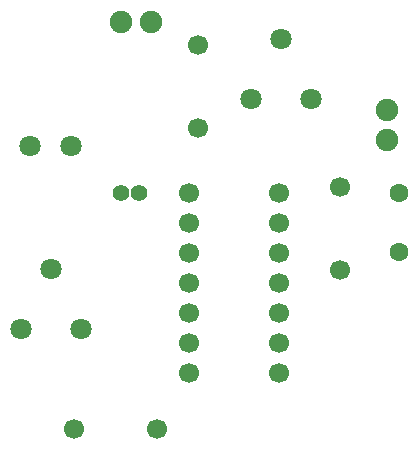
<source format=gbr>
%TF.GenerationSoftware,KiCad,Pcbnew,(5.1.12)-1*%
%TF.CreationDate,2023-06-26T22:46:53-03:00*%
%TF.ProjectId,P230523A10 - CONTROLE,50323330-3532-4334-9131-30202d20434f,rev?*%
%TF.SameCoordinates,Original*%
%TF.FileFunction,Soldermask,Bot*%
%TF.FilePolarity,Negative*%
%FSLAX46Y46*%
G04 Gerber Fmt 4.6, Leading zero omitted, Abs format (unit mm)*
G04 Created by KiCad (PCBNEW (5.1.12)-1) date 2023-06-26 22:46:53*
%MOMM*%
%LPD*%
G01*
G04 APERTURE LIST*
%ADD10C,1.400000*%
%ADD11C,1.800000*%
%ADD12C,1.600000*%
%ADD13C,1.700000*%
%ADD14C,1.900000*%
G04 APERTURE END LIST*
D10*
%TO.C,C1*%
X140000000Y-137500000D03*
X138500000Y-137500000D03*
%TD*%
D11*
%TO.C,C2*%
X130750000Y-133500000D03*
X134250000Y-133500000D03*
%TD*%
D12*
%TO.C,C5*%
X162000000Y-137500000D03*
X162000000Y-142500000D03*
%TD*%
D13*
%TO.C,CI1*%
X144190000Y-137500000D03*
X144190000Y-140040000D03*
X151810000Y-145120000D03*
X151810000Y-142580000D03*
X144190000Y-142580000D03*
X144190000Y-145120000D03*
X151810000Y-137500000D03*
X151810000Y-140040000D03*
X144190000Y-147660000D03*
X144190000Y-150200000D03*
X144190000Y-152740000D03*
X151810000Y-150200000D03*
X151810000Y-147660000D03*
X151810000Y-152740000D03*
%TD*%
D14*
%TO.C,JP1*%
X141000000Y-123000000D03*
X138460000Y-123000000D03*
%TD*%
%TO.C,JP2*%
X161000000Y-130460000D03*
X161000000Y-133000000D03*
%TD*%
D11*
%TO.C,P1*%
X129960000Y-149040000D03*
X132500000Y-143960000D03*
X135040000Y-149040000D03*
%TD*%
%TO.C,P2*%
X154540000Y-129540000D03*
X152000000Y-124460000D03*
X149460000Y-129540000D03*
%TD*%
D13*
%TO.C,R3*%
X157000000Y-137000000D03*
X157000000Y-144000000D03*
%TD*%
%TO.C,R4*%
X145000000Y-132000000D03*
X145000000Y-125000000D03*
%TD*%
%TO.C,R5*%
X134500000Y-157500000D03*
X141500000Y-157500000D03*
%TD*%
M02*

</source>
